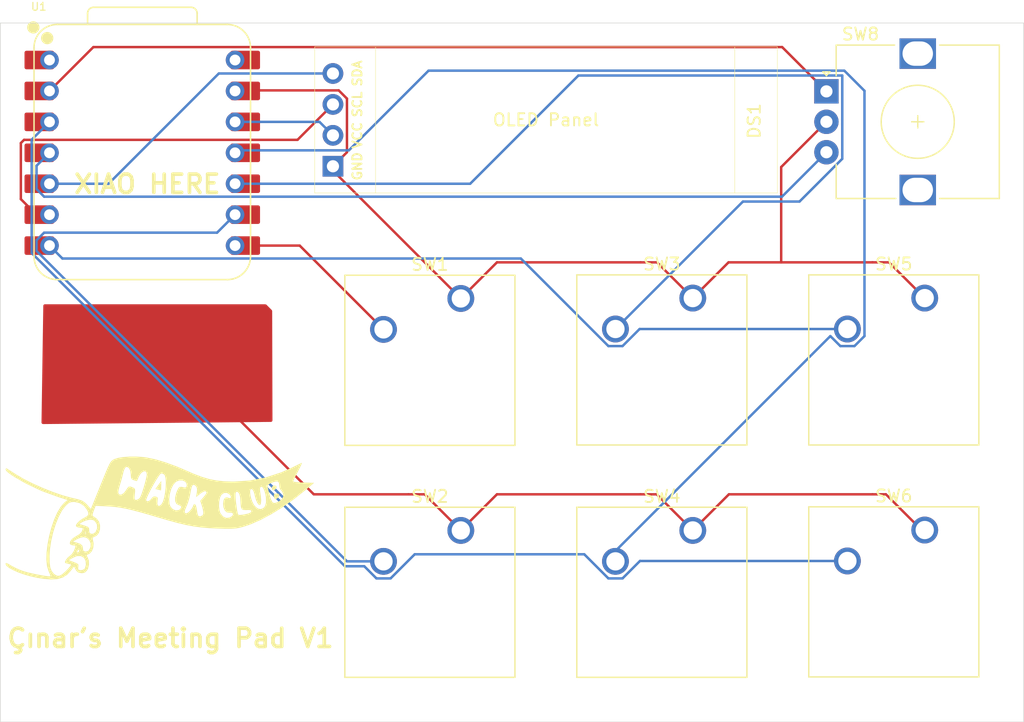
<source format=kicad_pcb>
(kicad_pcb (version 20241229) (generator "pcbnew") (generator_version "9.0")
  (layers (0 "F.Cu" signal) (2 "B.Cu" signal) (13 "F.Paste" user) (15 "B.Paste" user) (5 "F.SilkS" user "F.Silkscreen") (7 "B.SilkS" user "B.Silkscreen") (1 "F.Mask" user) (3 "B.Mask" user) (25 "Edge.Cuts" user))
  (net 0 "")
  (net 1 "GND")
  (net 2 "+5V")
  (net 3 "+3.3V")
  (net 4 "Net-(DS1-SDA)")
  (net 5 "Net-(DS1-SCL)")
  (net 6 "Net-(U1-GPIO1{slash}RX)")
  (net 7 "Net-(U1-GPIO2{slash}SCK)")
  (net 8 "Net-(U1-GPIO4{slash}MISO)")
  (net 9 "Net-(U1-GPIO3{slash}MOSI)")
  (net 10 "Net-(U1-GPIO0{slash}TX)")
  (net 11 "Net-(U1-GPIO28{slash}ADC2{slash}A2)")
  (net 12 "Net-(U1-GPIO29{slash}ADC3{slash}A3)")
  (net 13 "Net-(U1-GPIO27{slash}ADC1{slash}A1)")
  (footprint "hackclub:hackclub(footprint)" (layer "F.Cu") (at 35 58.15)
    (property "Reference" "hello" (hide yes))
    (property "Value" "LOGO" (hide yes))
    (fp_poly (pts (xy 0.084666 -2.6036) (xy 0.080606 -2.373654) (xy 0.070294 -2.236517) (xy 0.0635 -2.218747) (xy -0.024718 -2.243927) (xy -0.177175 -2.282459) (xy -0.396683 -2.336121) (xy -0.156008 -2.667313) (xy 0.084666 -2.998505)) (fill yes) (layer "F.SilkS"))
    (fp_poly (pts (xy 9.54003 -2.578477) (xy 9.554079 -2.445597) (xy 9.465733 -2.310636) (xy 9.310435 -2.214516) (xy 9.199727 -2.282169) (xy 9.176173 -2.332053) (xy 9.173077 -2.515702) (xy 9.306859 -2.621135) (xy 9.402996 -2.633445)) (fill yes) (layer "F.SilkS"))
    (fp_poly (pts (xy 9.732785 -1.939489) (xy 9.782418 -1.821592) (xy 9.718521 -1.666578) (xy 9.598589 -1.557056) (xy 9.464699 -1.486574) (xy 9.398028 -1.540577) (xy 9.361635 -1.662906) (xy 9.326889 -1.852906) (xy 9.379379 -1.936891) (xy 9.557646 -1.971571) (xy 9.572563 -1.973253)) (fill yes) (layer "F.SilkS"))
    (fp_poly (pts (xy -1.429003 -4.969695) (xy -1.113055 -4.928916) (xy -0.354673 -4.766392) (xy 0.494901 -4.511483) (xy 1.394379 -4.17762) (xy 2.017302 -3.910611) (xy 2.780736 -3.580009) (xy 3.443489 -3.331004) (xy 4.047514 -3.153626) (xy 4.634764 -3.0379) (xy 5.247192 -2.973856) (xy 5.92675 -2.95152) (xy 6.053666 -2.951154) (xy 7.365496 -3.035659) (xy 8.660364 -3.287849) (xy 9.941351 -3.708465) (xy 10.815588 -4.095727) (xy 11.141227 -4.254873) (xy 11.411097 -4.385965) (xy 11.587962 -4.470957) (xy 11.63348 -4.492115) (xy 11.62913 -4.437406) (xy 11.556518 -4.263501) (xy 11.428925 -4.000103) (xy 11.31598 -3.782099) (xy 11.148599 -3.459503) (xy 11.016542 -3.191856) (xy 10.937158 -3.015069) (xy 10.922 -2.966627) (xy 11.000738 -2.934253) (xy 11.213253 -2.90427) (xy 11.523998 -2.880669) (xy 11.782748 -2.870029) (xy 12.643497 -2.84582) (xy 11.846248 -2.180036) (xy 10.943831 -1.468515) (xy 10.024848 -0.82325) (xy 9.113941 -0.258683) (xy 8.235752 0.210742) (xy 7.414923 0.570583) (xy 6.810755 0.771329) (xy 6.544247 0.840223) (xy 6.303607 0.887866) (xy 6.051804 0.916674) (xy 5.751809 0.929062) (xy 5.366595 0.927447) (xy 4.859131 0.914243) (xy 4.699 0.909092) (xy 4.013102 0.876688) (xy 3.383198 0.822786) (xy 2.77324 0.740711) (xy 2.147179 0.62379) (xy 1.468969 0.465349) (xy 0.702561 0.258715) (xy -0.127 0.015623) (xy -0.972663 -0.235121) (xy -1.683281 -0.43645) (xy -1.715336 -0.444852) (xy 2.005477 -0.444852) (xy 2.059139 -0.356568) (xy 2.15647 -0.3398) (xy 2.286579 -0.404498) (xy 2.452253 -0.561543) (xy 2.605757 -0.755362) (xy 2.699356 -0.930383) (xy 2.709333 -0.983441) (xy 2.775933 -1.091902) (xy 2.828388 -1.104348) (xy 2.920372 -1.021143) (xy 2.990123 -0.770823) (xy 3.007401 -0.658362) (xy 3.05429 -0.349617) (xy 3.103975 -0.175769) (xy 3.176299 -0.102678) (xy 3.291105 -0.096201) (xy 3.331155 -0.10133) (xy 3.49569 -0.199508) (xy 3.540981 -0.320546) (xy 3.530601 -0.511772) (xy 3.473667 -0.783223) (xy 3.427803 -0.938063) (xy 3.426211 -0.942871) (xy 4.832554 -0.942871) (xy 4.868942 -0.592683) (xy 4.948412 -0.3487) (xy 5.15611 -0.08816) (xy 5.417721 0.034386) (xy 5.696201 0.010499) (xy 5.915518 -0.12839) (xy 5.986529 -0.26929) (xy 5.922778 -0.375479) (xy 5.758346 -0.399369) (xy 5.726226 -0.392693) (xy 5.489944 -0.407306) (xy 5.306403 -0.565304) (xy 5.19308 -0.843896) (xy 5.164666 -1.125002) (xy 5.204749 -1.426472) (xy 5.314138 -1.610519) (xy 5.476538 -1.656984) (xy 5.568397 -1.624573) (xy 5.740088 -1.579376) (xy 5.813974 -1.649037) (xy 5.769393 -1.797166) (xy 5.758447 -1.811413) (xy 6.182343 -1.811413) (xy 6.195132 -1.559154) (xy 6.226846 -1.236679) (xy 6.270612 -0.893533) (xy 6.319559 -0.579259) (xy 6.366813 -0.343401) (xy 6.399974 -0.242445) (xy 6.51514 -0.206381) (xy 6.764182 -0.22559) (xy 7.121821 -0.297336) (xy 7.281333 -0.33791) (xy 7.440115 -0.42167) (xy 7.493 -0.515811) (xy 7.44656 -0.592024) (xy 7.286132 -0.616128) (xy 7.121345 -0.608827) (xy 6.864161 -0.608566) (xy 6.708945 -0.676821) (xy 6.629459 -0.844754) (xy 6.599462 -1.14353) (xy 6.596856 -1.231773) (xy 6.564538 -1.671308) (xy 6.489419 -1.955479) (xy 6.381481 -2.079162) (xy 7.382375 -2.079162) (xy 7.410425 -1.836658) (xy 7.474811 -1.56352) (xy 7.570177 -1.292019) (xy 7.691165 -1.054422) (xy 7.800055 -0.913211) (xy 8.037903 -0.727128) (xy 8.261318 -0.690078) (xy 8.468589 -0.765581) (xy 8.615582 -0.936291) (xy 8.688121 -1.233085) (xy 8.681899 -1.627412) (xy 8.639147 -1.896161) (xy 8.548334 -2.220302) (xy 8.438912 -2.439474) (xy 8.325844 -2.533313) (xy 8.224091 -2.481452) (xy 8.217069 -2.470693) (xy 8.190581 -2.320802) (xy 8.212557 -2.093568) (xy 8.221502 -2.051407) (xy 8.26982 -1.752791) (xy 8.294577 -1.42507) (xy 8.295313 -1.380435) (xy 8.26988 -1.125725) (xy 8.199858 -1.016233) (xy 8.100232 -1.038142) (xy 7.985984 -1.177633) (xy 7.872101 -1.420885) (xy 7.773566 -1.754082) (xy 7.745904 -1.887108) (xy 7.677195 -2.120961) (xy 7.58501 -2.285419) (xy 7.569811 -2.300187) (xy 7.456711 -2.343195) (xy 7.396018 -2.258764) (xy 7.382375 -2.079162) (xy 6.381481 -2.079162) (xy 6.368468 -2.094073) (xy 6.325121 -2.108292) (xy 6.229126 -2.093502) (xy 6.188079 -1.974038) (xy 6.182343 -1.811413) (xy 5.758447 -1.811413) (xy 5.710171 -1.87425) (xy 5.484443 -2.017849) (xy 5.236804 -2.00594) (xy 5.033329 -1.864089) (xy 4.918172 -1.639686) (xy 4.850106 -1.312243) (xy 4.832554 -0.942871) (xy 3.426211 -0.942871) (xy 3.287311 -1.362459) (xy 3.548655 -1.661109) (xy 3.704174 -1.854042) (xy 3.797745 -1.999487) (xy 3.81 -2.036739) (xy 3.756642 -2.151583) (xy 3.60647 -2.141285) (xy 3.374338 -2.008425) (xy 3.2934 -1.947013) (xy 2.949138 -1.67344) (xy 3.00614 -2.054829) (xy 3.028035 -2.324935) (xy 2.98521 -2.495489) (xy 2.918743 -2.581099) (xy 2.880587 -2.609525) (xy 8.805333 -2.609525) (xy 8.826483 -2.493407) (xy 8.882663 -2.258644) (xy 8.962968 -1.950119) (xy 8.987949 -1.857878) (xy 9.098633 -1.493039) (xy 9.204886 -1.276477) (xy 9.332862 -1.189361) (xy 9.508712 -1.212863) (xy 9.738361 -1.317602) (xy 10.007366 -1.520132) (xy 10.113997 -1.762239) (xy 10.080039 -1.983903) (xy 9.979299 -2.170638) (xy 9.889527 -2.265552) (xy 9.814809 -2.391661) (xy 9.779437 -2.605649) (xy 9.779 -2.632282) (xy 9.752416 -2.851194) (xy 9.65919 -2.94839) (xy 9.620498 -2.95907) (xy 9.453688 -2.946152) (xy 9.230667 -2.878069) (xy 9.009966 -2.779919) (xy 8.850119 -2.676802) (xy 8.805333 -2.609525) (xy 2.880587 -2.609525) (xy 2.780019 -2.684447) (xy 2.674512 -2.666168) (xy 2.591368 -2.512226) (xy 2.519731 -2.208587) (xy 2.489358 -2.02588) (xy 2.407575 -1.632189) (xy 2.290653 -1.231249) (xy 2.173998 -0.933087) (xy 2.043539 -0.629416) (xy 2.005477 -0.444852) (xy -1.715336 -0.444852) (xy -2.284038 -0.593917) (xy -2.800117 -0.713072) (xy -3.2567 -0.79947) (xy -3.678971 -0.85866) (xy -4.092111 -0.896196) (xy -4.323473 -0.909569) (xy -5.302612 -0.956474) (xy -5.458689 -0.546425) (xy -5.544876 -0.286735) (xy -5.554843 -0.146991) (xy -5.511033 -0.101684) (xy -5.377544 -0.024885) (xy -5.199795 0.112103) (xy -5.196081 0.1153) (xy -5.017816 0.359479) (xy -4.936638 0.666263) (xy -4.946644 0.989353) (xy -5.041932 1.282448) (xy -5.216599 1.499251) (xy -5.382924 1.580822) (xy -5.53667 1.654609) (xy -5.543514 1.773189) (xy -5.467152 2.122162) (xy -5.493672 2.468941) (xy -5.609347 2.768639) (xy -5.800451 2.976368) (xy -5.929131 3.034226) (xy -6.03844 3.08099) (xy -6.02461 3.168557) (xy -5.967212 3.256434) (xy -5.861053 3.534321) (xy -5.848899 3.875026) (xy -5.927073 4.202586) (xy -6.021044 4.368007) (xy -6.186575 4.527507) (xy -6.384831 4.575634) (xy -6.507877 4.5706) (xy -6.745443 4.517613) (xy -6.893688 4.377168) (xy -6.945301 4.28469) (xy -7.074934 4.024564) (xy -7.349719 4.390303) (xy -7.649875 4.711771) (xy -8.003824 4.933353) (xy -8.432197 5.059401) (xy -8.955623 5.094266) (xy -9.594735 5.042301) (xy -10.075334 4.96524) (xy -10.627449 4.84414) (xy -11.162094 4.690809) (xy -11.654317 4.516085) (xy -12.079161 4.330806) (xy -12.411672 4.145809) (xy -12.626895 3.971932) (xy -12.7 3.825358) (xy -12.684077 3.749854) (xy -12.616148 3.742474) (xy -12.465978 3.811546) (xy -12.213167 3.959449) (xy -11.851019 4.151105) (xy -11.435783 4.332031) (xy -11.176 4.424648) (xy -10.888859 4.503936) (xy -10.533238 4.587737) (xy -10.146308 4.669132) (xy -9.765241 4.741202) (xy -9.427207 4.797028) (xy -9.169377 4.829692) (xy -9.02892 4.832274) (xy -9.015769 4.826746) (xy -9.029289 4.736952) (xy -9.103813 4.547847) (xy -9.167603 4.412755) (xy -9.296866 4.002653) (xy -9.349365 3.476011) (xy -9.341312 3.185618) (xy -9.089301 3.185618) (xy -9.078194 3.712377) (xy -9.023056 4.104346) (xy -8.914112 4.39312) (xy -8.741588 4.610296) (xy -8.617914 4.709369) (xy -8.435081 4.793834) (xy -8.244878 4.774864) (xy -8.019766 4.640971) (xy -7.732203 4.380663) (xy -7.663624 4.311244) (xy -7.469282 4.098568) (xy -7.347101 3.937908) (xy -7.320335 3.860379) (xy -7.324958 3.858058) (xy -7.464184 3.82575) (xy -7.642353 3.78578) (xy -7.79915 3.738843) (xy -7.827349 3.659852) (xy -7.75902 3.507318) (xy -7.493 3.507318) (xy -7.281334 3.589376) (xy -7.03279 3.685963) (xy -6.870522 3.749219) (xy -6.725768 3.847511) (xy -6.716958 4.008461) (xy -6.720813 4.024636) (xy -6.738809 4.198366) (xy -6.715348 4.277355) (xy -6.555964 4.33515) (xy -6.35485 4.301018) (xy -6.199424 4.192918) (xy -6.183646 4.168126) (xy -6.101707 3.875988) (xy -6.127883 3.569243) (xy -6.25491 3.323903) (xy -6.265334 3.313043) (xy -6.521293 3.168022) (xy -6.837988 3.171994) (xy -7.195265 3.324689) (xy -7.196667 3.325548) (xy -7.493 3.507318) (xy -7.75902 3.507318) (xy -7.75541 3.499259) (xy -7.594932 3.287301) (xy -7.419971 3.149392) (xy -7.250117 2.996502) (xy -7.168998 2.870472) (xy -6.810013 2.870472) (xy -6.779735 2.888294) (xy -6.689569 2.820756) (xy -6.658049 2.760869) (xy -6.651988 2.651266) (xy -6.682266 2.633444) (xy -6.772432 2.700982) (xy -6.803952 2.760869) (xy -6.810013 2.870472) (xy -7.168998 2.870472) (xy -7.099887 2.763099) (xy -7.074081 2.70469) (xy -6.981294 2.46463) (xy -6.957126 2.342844) (xy -7.008921 2.299219) (xy -7.144022 2.293644) (xy -7.149337 2.293645) (xy -7.352443 2.247185) (xy -7.429453 2.125815) (xy -7.39569 1.981868) (xy -7.154334 1.981868) (xy -6.858 2.060464) (xy -6.557966 2.16766) (xy -6.398283 2.304521) (xy -6.350029 2.496199) (xy -6.35 2.502263) (xy -6.326942 2.676592) (xy -6.293556 2.746711) (xy -6.137092 2.802226) (xy -5.947488 2.760942) (xy -5.85287 2.68906) (xy -5.718589 2.418362) (xy -5.713763 2.131422) (xy -5.820339 1.872363) (xy -6.020261 1.685306) (xy -6.292646 1.614364) (xy -6.543905 1.660385) (xy -6.815082 1.773236) (xy -6.858 1.798275) (xy -7.154334 1.981868) (xy -7.39569 1.981868) (xy -7.389751 1.956548) (xy -7.242721 1.766396) (xy -6.997745 1.582373) (xy -6.880392 1.519411) (xy -6.623166 1.357965) (xy -6.543335 1.274247) (xy -6.180667 1.274247) (xy -6.149689 1.34417) (xy -6.124223 1.33088) (xy -6.11409 1.230065) (xy -6.124223 1.217614) (xy -6.174557 1.229275) (xy -6.180667 1.274247) (xy -6.543335 1.274247) (xy -6.453928 1.180486) (xy -6.42858 1.130757) (xy -6.36419 0.943318) (xy -6.379904 0.86558) (xy -6.49509 0.84865) (xy -6.5405 0.848197) (xy -6.751957 0.812531) (xy -6.856406 0.767334) (xy -6.926807 0.693597) (xy -6.898114 0.586152) (xy -6.864188 0.536551) (xy -6.638888 0.536551) (xy -6.240444 0.65312) (xy -5.976147 0.75047) (xy -5.849719 0.861798) (xy -5.830487 1.017469) (xy -5.836185 1.05331) (xy -5.812403 1.241522) (xy -5.688437 1.339576) (xy -5.513797 1.336732) (xy -5.337995 1.222247) (xy -5.296468 1.170395) (xy -5.178721 0.875735) (xy -5.200176 0.571345) (xy -5.34383 0.329936) (xy -5.51268 0.20924) (xy -5.724177 0.182042) (xy -5.855056 0.194862) (xy -6.13857 0.264129) (xy -6.390559 0.374046) (xy -6.413003 0.38805) (xy -6.638888 0.536551) (xy -6.864188 0.536551) (xy -6.805039 0.450073) (xy -6.614003 0.261412) (xy -6.3554 0.083635) (xy -6.278658 0.043142) (xy -6.020408 -0.100532) (xy -5.904267 -0.235747) (xy -5.911195 -0.406216) (xy -5.996352 -0.604969) (xy -6.257858 -0.948567) (xy -6.622037 -1.180568) (xy -7.044511 -1.273622) (xy -7.082282 -1.274248) (xy -7.318859 -1.256578) (xy -7.501762 -1.181725) (xy -7.69784 -1.016927) (xy -7.783035 -0.930815) (xy -8.068496 -0.553105) (xy -8.339676 -0.040813) (xy -8.585375 0.570771) (xy -8.794395 1.246358) (xy -8.955539 1.950658) (xy -9.057606 2.648381) (xy -9.089301 3.185618) (xy -9.341312 3.185618) (xy -9.332388 2.863782) (xy -9.253225 2.196916) (xy -9.119164 1.506365) (xy -8.937495 0.823081) (xy -8.715506 0.178016) (xy -8.460486 -0.397879) (xy -8.179724 -0.873653) (xy -7.880509 -1.218353) (xy -7.831979 -1.258825) (xy -7.609433 -1.434465) (xy -8.270883 -1.641118) (xy -9.699848 -2.155641) (xy -11.027684 -2.778845) (xy -12.0015 -3.34086) (xy -12.384897 -3.597854) (xy -12.618847 -3.795304) (xy -12.69996 -3.930337) (xy -12.7 -3.932666) (xy -12.662275 -4.038553) (xy -12.594167 -4.023318) (xy -12.476199 -3.948975) (xy -12.258112 -3.809393) (xy -11.982008 -3.631545) (xy -11.911391 -3.585907) (xy -11.260143 -3.201614) (xy -10.502026 -2.814926) (xy -9.683137 -2.44512) (xy -8.849572 -2.111474) (xy -8.047429 -1.833264) (xy -7.322804 -1.629767) (xy -7.131487 -1.587012) (xy -6.73269 -1.495021) (xy -6.451975 -1.399311) (xy -6.239446 -1.274687) (xy -6.04521 -1.095952) (xy -5.949627 -0.990182) (xy -5.695364 -0.699624) (xy -5.414098 -1.395279) (xy -1.152271 -1.395279) (xy -1.057508 -1.325443) (xy -0.907965 -1.367624) (xy -0.752959 -1.499839) (xy -0.682272 -1.604789) (xy -0.549371 -1.720786) (xy -0.382082 -1.719996) (xy -0.237918 -1.672468) (xy -0.195961 -1.569606) (xy -0.218143 -1.396914) (xy -0.236824 -1.120829) (xy -0.178372 -0.968082) (xy -0.057768 -0.953305) (xy 0.103108 -1.083111) (xy 0.223745 -1.301011) (xy 0.284415 -1.499552) (xy 0.739891 -1.499552) (xy 0.767427 -1.117929) (xy 0.842209 -0.900331) (xy 1.028423 -0.687536) (xy 1.271652 -0.583529) (xy 1.515303 -0.608978) (xy 1.566333 -0.63587) (xy 1.699452 -0.764852) (xy 1.735666 -0.85986) (xy 1.663589 -0.961624) (xy 1.544981 -1.004094) (xy 1.336976 -1.106467) (xy 1.228916 -1.32575) (xy 1.222939 -1.640162) (xy 1.321182 -2.02792) (xy 1.421121 -2.266047) (xy 1.515459 -2.439016) (xy 1.618358 -2.515764) (xy 1.782606 -2.512579) (xy 2.029989 -2.45392) (xy 2.138633 -2.486798) (xy 2.182143 -2.618687) (xy 2.15501 -2.78958) (xy 2.072791 -2.920181) (xy 1.849562 -3.03632) (xy 1.568831 -3.041896) (xy 1.302706 -2.935681) (xy 1.299375 -2.933357) (xy 1.082695 -2.693918) (xy 0.909342 -2.340101) (xy 0.791135 -1.924461) (xy 0.739891 -1.499552) (xy 0.284415 -1.499552) (xy 0.323968 -1.628988) (xy 0.399834 -2.025048) (xy 0.447397 -2.447199) (xy 0.462712 -2.853446) (xy 0.441836 -3.201796) (xy 0.380823 -3.450256) (xy 0.332531 -3.525432) (xy 0.165995 -3.612188) (xy 0.059248 -3.605126) (xy -0.038753 -3.510166) (xy -0.188831 -3.298463) (xy -0.372468 -3.003797) (xy -0.571145 -2.659948) (xy -0.766342 -2.300694) (xy -0.939541 -1.959815) (xy -1.072223 -1.67109) (xy -1.145869 -1.468298) (xy -1.152271 -1.395279) (xy -5.414098 -1.395279) (xy -5.121194 -2.119717) (xy -3.440658 -2.119717) (xy -3.439562 -1.993303) (xy -3.328724 -1.87136) (xy -3.163353 -1.887319) (xy -2.971052 -2.030509) (xy -2.812377 -2.235779) (xy -2.67132 -2.449198) (xy -2.569731 -2.544196) (xy -2.456957 -2.546193) (xy -2.305563 -2.490107) (xy -2.149545 -2.418762) (xy -2.07346 -2.336243) (xy -2.057748 -2.191106) (xy -2.082847 -1.931907) (xy -2.085312 -1.91085) (xy -2.111476 -1.644186) (xy -2.102144 -1.504775) (xy -2.046431 -1.451776) (xy -1.960943 -1.444148) (xy -1.782395 -1.510966) (xy -1.659388 -1.635285) (xy -1.574938 -1.81648) (xy -1.468027 -2.113502) (xy -1.353263 -2.476399) (xy -1.245255 -2.85522) (xy -1.158614 -3.200011) (xy -1.107948 -3.460823) (xy -1.100667 -3.54565) (xy -1.146486 -3.736726) (xy -1.264042 -3.803218) (xy -1.423482 -3.75647) (xy -1.594951 -3.607825) (xy -1.748597 -3.368627) (xy -1.784877 -3.285665) (xy -1.860546 -3.09837) (xy -1.904 -2.997511) (xy -1.905884 -2.994099) (xy -1.985718 -3.003638) (xy -2.159306 -3.056529) (xy -2.166438 -3.059021) (xy -2.320821 -3.131767) (xy -2.393167 -3.244209) (xy -2.414327 -3.454233) (xy -2.415218 -3.525819) (xy -2.456815 -3.833108) (xy -2.563969 -4.051239) (xy -2.716206 -4.149384) (xy -2.821503 -4.137533) (xy -2.908033 -4.032733) (xy -2.995452 -3.81525) (xy -3.04168 -3.637455) (xy -3.12324 -3.299243) (xy -3.233039 -2.905645) (xy -3.31185 -2.651664) (xy -3.395219 -2.359064) (xy -3.440658 -2.119717) (xy -5.121194 -2.119717) (xy -4.900849 -2.664695) (xy -4.655102 -3.271106) (xy -4.462247 -3.739763) (xy -4.311767 -4.090451) (xy -4.193146 -4.342956) (xy -4.095869 -4.517061) (xy -4.009418 -4.632552) (xy -3.923278 -4.709213) (xy -3.826933 -4.766831) (xy -3.767667 -4.796643) (xy -3.461074 -4.895778) (xy -3.030683 -4.964805) (xy -2.519723 -5.001569) (xy -1.97142 -5.003917)) (fill yes) (layer "F.SilkS"))
  )
  (footprint "OPL Lib:XIAO-RP2040-DIP" (layer "F.Cu") (at 33.528 28.2005)
    (property "Reference" "U1" (at -8.5 -12 0) (layer "F.SilkS") (effects (font (size 0.635 0.635) (thickness 0.1016))))
    (property "Value" "XIAO-RP2040-DIP")
    (fp_line (start -8.89 8.509) (end -8.89 -8.636) (stroke (width 0.127)) (layer "F.SilkS"))
    (fp_line (start -6.985 10.414) (end 6.985 10.414) (stroke (width 0.127)) (layer "F.SilkS"))
    (fp_line (start -4.495 -10.541) (end -4.491272 -11.451272) (stroke (width 0.127)) (layer "F.SilkS"))
    (fp_line (start -3.991272 -11.951) (end 4.004 -11.951) (stroke (width 0.127)) (layer "F.SilkS"))
    (fp_line (start 4.504 -11.451) (end 4.504 -10.541) (stroke (width 0.127)) (layer "F.SilkS"))
    (fp_line (start 6.985 -10.541) (end -6.985 -10.541) (stroke (width 0.1)) (layer "F.SilkS"))
    (fp_line (start 6.985 -10.541) (end -6.985 -10.541) (stroke (width 0.127)) (layer "F.SilkS"))
    (fp_line (start 8.89 8.509) (end 8.89 -8.636) (stroke (width 0.127)) (layer "F.SilkS"))
    (fp_arc (start -8.89 -8.636) (mid -8.332038 -9.983038) (end -6.985 -10.541) (stroke (width 0.127)) (layer "F.SilkS"))
    (fp_arc (start -6.985 10.414) (mid -8.332038 9.856038) (end -8.89 8.509) (stroke (width 0.127)) (layer "F.SilkS"))
    (fp_arc (start -4.491272 -11.451272) (mid -4.344728 -11.80464) (end -3.991272 -11.951) (stroke (width 0.127)) (layer "F.SilkS"))
    (fp_arc (start 4.004 -11.951) (mid 4.357553 -11.804553) (end 4.504 -11.451) (stroke (width 0.127)) (layer "F.SilkS"))
    (fp_arc (start 6.985 -10.541) (mid 8.332038 -9.983038) (end 8.89 -8.636) (stroke (width 0.127)) (layer "F.SilkS"))
    (fp_arc (start 8.89 8.509) (mid 8.332038 9.856038) (end 6.985 10.414) (stroke (width 0.127)) (layer "F.SilkS"))
    (fp_circle (center -8.95 -10.3) (end -8.95 -10.554) (stroke (width 0.5)) (fill yes) (layer "F.SilkS"))
    (fp_circle (center -7.807 -9.42) (end -7.807 -9.674) (stroke (width 0.5)) (fill yes) (layer "F.SilkS"))
    (pad "1" smd roundrect (at -8.455 -7.62 180) (size 2.432 1.524) (layers "F.Cu" "F.Mask") (roundrect_rratio 0.1))
    (pad "1" thru_hole circle (at -7.62 -7.62 180) (size 1.524 1.524) (drill 0.889) (layers "*.Cu" "*.Mask"))
    (pad "2" smd roundrect (at -8.455 -5.08 180) (size 2.432 1.524) (layers "F.Cu" "F.Mask") (roundrect_rratio 0.1) (net 13 "Net-(U1-GPIO27{slash}ADC1{slash}A1)"))
    (pad "2" thru_hole circle (at -7.62 -5.08 180) (size 1.524 1.524) (drill 0.889) (layers "*.Cu" "*.Mask") (net 13 "Net-(U1-GPIO27{slash}ADC1{slash}A1)"))
    (pad "3" smd roundrect (at -8.455 -2.54 180) (size 2.432 1.524) (layers "F.Cu" "F.Mask") (roundrect_rratio 0.1) (net 11 "Net-(U1-GPIO28{slash}ADC2{slash}A2)"))
    (pad "3" thru_hole circle (at -7.62 -2.54 180) (size 1.524 1.524) (drill 0.889) (layers "*.Cu" "*.Mask") (net 11 "Net-(U1-GPIO28{slash}ADC2{slash}A2)"))
    (pad "4" smd roundrect (at -8.455 0 180) (size 2.432 1.524) (layers "F.Cu" "F.Mask") (roundrect_rratio 0.1) (net 12 "Net-(U1-GPIO29{slash}ADC3{slash}A3)"))
    (pad "4" thru_hole circle (at -7.62 0 180) (size 1.524 1.524) (drill 0.889) (layers "*.Cu" "*.Mask") (net 12 "Net-(U1-GPIO29{slash}ADC3{slash}A3)"))
    (pad "5" smd roundrect (at -8.455 2.54 180) (size 2.432 1.524) (layers "F.Cu" "F.Mask") (roundrect_rratio 0.1) (net 4 "Net-(DS1-SDA)"))
    (pad "5" thru_hole circle (at -7.62 2.54 180) (size 1.524 1.524) (drill 0.889) (layers "*.Cu" "*.Mask") (net 4 "Net-(DS1-SDA)"))
    (pad "6" smd roundrect (at -8.455 5.08 180) (size 2.432 1.524) (layers "F.Cu" "F.Mask") (roundrect_rratio 0.1) (net 5 "Net-(DS1-SCL)"))
    (pad "6" thru_hole circle (at -7.62 5.08 180) (size 1.524 1.524) (drill 0.889) (layers "*.Cu" "*.Mask") (net 5 "Net-(DS1-SCL)"))
    (pad "7" smd roundrect (at -8.455 7.62 180) (size 2.432 1.524) (layers "F.Cu" "F.Mask") (roundrect_rratio 0.1) (net 10 "Net-(U1-GPIO0{slash}TX)"))
    (pad "7" thru_hole circle (at -7.62 7.62 180) (size 1.524 1.524) (drill 0.889) (layers "*.Cu" "*.Mask") (net 10 "Net-(U1-GPIO0{slash}TX)"))
    (pad "8" thru_hole circle (at 7.62 7.62) (size 1.524 1.524) (drill 0.889) (layers "*.Cu" "*.Mask") (net 6 "Net-(U1-GPIO1{slash}RX)"))
    (pad "8" smd roundrect (at 8.455 7.62) (size 2.432 1.524) (layers "F.Cu" "F.Mask") (roundrect_rratio 0.1) (net 6 "Net-(U1-GPIO1{slash}RX)"))
    (pad "9" thru_hole circle (at 7.62 5.08) (size 1.524 1.524) (drill 0.889) (layers "*.Cu" "*.Mask") (net 7 "Net-(U1-GPIO2{slash}SCK)"))
    (pad "9" smd roundrect (at 8.455 5.08) (size 2.432 1.524) (layers "F.Cu" "F.Mask") (roundrect_rratio 0.1) (net 7 "Net-(U1-GPIO2{slash}SCK)"))
    (pad "10" thru_hole circle (at 7.62 2.54) (size 1.524 1.524) (drill 0.889) (layers "*.Cu" "*.Mask") (net 8 "Net-(U1-GPIO4{slash}MISO)"))
    (pad "10" smd roundrect (at 8.455 2.54) (size 2.432 1.524) (layers "F.Cu" "F.Mask") (roundrect_rratio 0.1) (net 8 "Net-(U1-GPIO4{slash}MISO)"))
    (pad "11" thru_hole circle (at 7.62 0) (size 1.524 1.524) (drill 0.889) (layers "*.Cu" "*.Mask") (net 9 "Net-(U1-GPIO3{slash}MOSI)"))
    (pad "11" smd roundrect (at 8.455 0) (size 2.432 1.524) (layers "F.Cu" "F.Mask") (roundrect_rratio 0.1) (net 9 "Net-(U1-GPIO3{slash}MOSI)"))
    (pad "12" thru_hole circle (at 7.62 -2.54) (size 1.524 1.524) (drill 0.889) (layers "*.Cu" "*.Mask") (net 3 "+3.3V"))
    (pad "12" smd roundrect (at 8.455 -2.54) (size 2.432 1.524) (layers "F.Cu" "F.Mask") (roundrect_rratio 0.1) (net 3 "+3.3V"))
    (pad "13" thru_hole circle (at 7.62 -5.08) (size 1.524 1.524) (drill 0.889) (layers "*.Cu" "*.Mask") (net 1 "GND"))
    (pad "13" smd roundrect (at 8.455 -5.08) (size 2.432 1.524) (layers "F.Cu" "F.Mask") (roundrect_rratio 0.1) (net 1 "GND"))
    (pad "14" thru_hole circle (at 7.62 -7.62) (size 1.524 1.524) (drill 0.889) (layers "*.Cu" "*.Mask") (net 2 "+5V"))
    (pad "14" smd roundrect (at 8.455 -7.62) (size 2.432 1.524) (layers "F.Cu" "F.Mask") (roundrect_rratio 0.1) (net 2 "+5V"))
  )
  (footprint "Button_Switch_Keyboard:SW_Cherry_MX_1.00u_PCB" (layer "F.Cu") (at 97.79 40.132)
    (property "Reference" "SW5" (at -2.54 -2.794 0) (layer "F.SilkS"))
    (property "Value" "SW_Push")
    (fp_line (start -9.525 -1.905) (end 4.445 -1.905) (stroke (width 0.12)) (layer "F.SilkS"))
    (fp_line (start -9.525 12.065) (end -9.525 -1.905) (stroke (width 0.12)) (layer "F.SilkS"))
    (fp_line (start 4.445 -1.905) (end 4.445 12.065) (stroke (width 0.12)) (layer "F.SilkS"))
    (fp_line (start 4.445 12.065) (end -9.525 12.065) (stroke (width 0.12)) (layer "F.SilkS"))
    (pad "" np_thru_hole circle (at -7.62 5.08) (size 1.7 1.7) (drill 1.7) (layers "*.Cu" "*.Mask"))
    (pad "" np_thru_hole circle (at -2.54 5.08) (size 4 4) (drill 4) (layers "*.Cu" "*.Mask"))
    (pad "" np_thru_hole circle (at 2.54 5.08) (size 1.7 1.7) (drill 1.7) (layers "*.Cu" "*.Mask"))
    (pad "1" thru_hole circle (at 0 0) (size 2.2 2.2) (drill 1.5) (layers "*.Cu" "*.Mask") (net 1 "GND"))
    (pad "2" thru_hole circle (at -6.35 2.54) (size 2.2 2.2) (drill 1.5) (layers "*.Cu" "*.Mask") (net 10 "Net-(U1-GPIO0{slash}TX)"))
  )
  (footprint "Button_Switch_Keyboard:SW_Cherry_MX_1.00u_PCB" (layer "F.Cu") (at 78.74 59.21375)
    (property "Reference" "SW4" (at -2.54 -2.794 0) (layer "F.SilkS"))
    (property "Value" "SW_Push")
    (fp_line (start -9.525 -1.905) (end 4.445 -1.905) (stroke (width 0.12)) (layer "F.SilkS"))
    (fp_line (start -9.525 12.065) (end -9.525 -1.905) (stroke (width 0.12)) (layer "F.SilkS"))
    (fp_line (start 4.445 -1.905) (end 4.445 12.065) (stroke (width 0.12)) (layer "F.SilkS"))
    (fp_line (start 4.445 12.065) (end -9.525 12.065) (stroke (width 0.12)) (layer "F.SilkS"))
    (pad "" np_thru_hole circle (at -7.62 5.08) (size 1.7 1.7) (drill 1.7) (layers "*.Cu" "*.Mask"))
    (pad "" np_thru_hole circle (at -2.54 5.08) (size 4 4) (drill 4) (layers "*.Cu" "*.Mask"))
    (pad "" np_thru_hole circle (at 2.54 5.08) (size 1.7 1.7) (drill 1.7) (layers "*.Cu" "*.Mask"))
    (pad "1" thru_hole circle (at 0 0) (size 2.2 2.2) (drill 1.5) (layers "*.Cu" "*.Mask") (net 1 "GND"))
    (pad "2" thru_hole circle (at -6.35 2.54) (size 2.2 2.2) (drill 1.5) (layers "*.Cu" "*.Mask") (net 9 "Net-(U1-GPIO3{slash}MOSI)"))
  )
  (footprint "Button_Switch_Keyboard:SW_Cherry_MX_1.00u_PCB" (layer "F.Cu") (at 59.69 59.21375)
    (property "Reference" "SW2" (at -2.54 -2.794 0) (layer "F.SilkS"))
    (property "Value" "SW_Push")
    (fp_line (start -9.525 -1.905) (end 4.445 -1.905) (stroke (width 0.12)) (layer "F.SilkS"))
    (fp_line (start -9.525 12.065) (end -9.525 -1.905) (stroke (width 0.12)) (layer "F.SilkS"))
    (fp_line (start 4.445 -1.905) (end 4.445 12.065) (stroke (width 0.12)) (layer "F.SilkS"))
    (fp_line (start 4.445 12.065) (end -9.525 12.065) (stroke (width 0.12)) (layer "F.SilkS"))
    (pad "" np_thru_hole circle (at -7.62 5.08) (size 1.7 1.7) (drill 1.7) (layers "*.Cu" "*.Mask"))
    (pad "" np_thru_hole circle (at -2.54 5.08) (size 4 4) (drill 4) (layers "*.Cu" "*.Mask"))
    (pad "" np_thru_hole circle (at 2.54 5.08) (size 1.7 1.7) (drill 1.7) (layers "*.Cu" "*.Mask"))
    (pad "1" thru_hole circle (at 0 0) (size 2.2 2.2) (drill 1.5) (layers "*.Cu" "*.Mask") (net 1 "GND"))
    (pad "2" thru_hole circle (at -6.35 2.54) (size 2.2 2.2) (drill 1.5) (layers "*.Cu" "*.Mask") (net 7 "Net-(U1-GPIO2{slash}SCK)"))
  )
  (footprint "Button_Switch_Keyboard:SW_Cherry_MX_1.00u_PCB" (layer "F.Cu") (at 59.69 40.16375)
    (property "Reference" "SW1" (at -2.54 -2.794 0) (layer "F.SilkS"))
    (property "Value" "SW_Push")
    (fp_line (start -9.525 -1.905) (end 4.445 -1.905) (stroke (width 0.12)) (layer "F.SilkS"))
    (fp_line (start -9.525 12.065) (end -9.525 -1.905) (stroke (width 0.12)) (layer "F.SilkS"))
    (fp_line (start 4.445 -1.905) (end 4.445 12.065) (stroke (width 0.12)) (layer "F.SilkS"))
    (fp_line (start 4.445 12.065) (end -9.525 12.065) (stroke (width 0.12)) (layer "F.SilkS"))
    (pad "" np_thru_hole circle (at -7.62 5.08) (size 1.7 1.7) (drill 1.7) (layers "*.Cu" "*.Mask"))
    (pad "" np_thru_hole circle (at -2.54 5.08) (size 4 4) (drill 4) (layers "*.Cu" "*.Mask"))
    (pad "" np_thru_hole circle (at 2.54 5.08) (size 1.7 1.7) (drill 1.7) (layers "*.Cu" "*.Mask"))
    (pad "1" thru_hole circle (at 0 0) (size 2.2 2.2) (drill 1.5) (layers "*.Cu" "*.Mask") (net 1 "GND"))
    (pad "2" thru_hole circle (at -6.35 2.54) (size 2.2 2.2) (drill 1.5) (layers "*.Cu" "*.Mask") (net 6 "Net-(U1-GPIO1{slash}RX)"))
  )
  (footprint "SSD1306 Lib:SSD1306-0.91-OLED-4pin-128x32" (layer "F.Cu") (at 85.687 31.496 180)
    (property "Reference" "DS1" (at 1.9 5.91 90) (layer "F.SilkS"))
    (property "Value" "OLED_128X64_1.3_I2C")
    (fp_line (start 38 12) (end 38 0) (stroke (width 0.04)) (layer "F.SilkS"))
    (fp_line (start 38 0) (end 0 0) (stroke (width 0.04)) (layer "F.SilkS"))
    (fp_line (start 33 0) (end 33 12) (stroke (width 0.04)) (layer "F.SilkS"))
    (fp_line (start 3.5 0) (end 3.5 12) (stroke (width 0.04)) (layer "F.SilkS"))
    (fp_line (start 0 12) (end 38 12) (stroke (width 0.04)) (layer "F.SilkS"))
    (fp_line (start 0 0) (end 0 12) (stroke (width 0.04)) (layer "F.SilkS"))
    (fp_text user "SDA" (at 34.5 9.81 90) (layer "F.SilkS") (effects (font (size 0.75 0.75))))
    (fp_text user "OLED Panel" (at 19 6 0) (layer "F.SilkS"))
    (fp_text user "GND" (at 34.5 2.19 90) (layer "F.SilkS") (effects (font (size 0.75 0.75))))
    (fp_text user "VCC" (at 34.5 4.73 90) (layer "F.SilkS") (effects (font (size 0.75 0.75))))
    (fp_text user "SCL" (at 34.5 7.27 90) (layer "F.SilkS") (effects (font (size 0.75 0.75))))
    (pad "1" thru_hole rect (at 36.5 2.19 180) (size 1.7 1.7) (drill 1) (layers "*.Cu" "*.Mask") (net 1 "GND"))
    (pad "2" thru_hole oval (at 36.5 4.73 180) (size 1.7 1.7) (drill 1) (layers "*.Cu" "*.Mask") (net 3 "+3.3V"))
    (pad "3" thru_hole oval (at 36.5 7.27 180) (size 1.7 1.7) (drill 1) (layers "*.Cu" "*.Mask") (net 5 "Net-(DS1-SCL)"))
    (pad "4" thru_hole oval (at 36.5 9.81 180) (size 1.7 1.7) (drill 1) (layers "*.Cu" "*.Mask") (net 4 "Net-(DS1-SDA)"))
  )
  (footprint "Potansiyometre:RotaryEncoder_Alps_EC12E_Vertical_H20mm" (layer "F.Cu") (at 89.716 23.154)
    (property "Reference" "SW8" (at 2.8 -4.7 0) (layer "F.SilkS"))
    (property "Value" "RotaryEncoder")
    (fp_line (start -0.3 -1.6) (end 0.3 -1.6) (stroke (width 0.12)) (layer "F.SilkS"))
    (fp_line (start 0 -1.3) (end -0.3 -1.6) (stroke (width 0.12)) (layer "F.SilkS"))
    (fp_line (start 0.3 -1.6) (end 0 -1.3) (stroke (width 0.12)) (layer "F.SilkS"))
    (fp_line (start 0.8 -3.8) (end 0.8 -1.3) (stroke (width 0.12)) (layer "F.SilkS"))
    (fp_line (start 0.8 8.8) (end 0.8 6) (stroke (width 0.12)) (layer "F.SilkS"))
    (fp_line (start 5.6 -3.8) (end 0.8 -3.8) (stroke (width 0.12)) (layer "F.SilkS"))
    (fp_line (start 5.7 8.8) (end 0.8 8.8) (stroke (width 0.12)) (layer "F.SilkS"))
    (fp_line (start 7 2.5) (end 8 2.5) (stroke (width 0.12)) (layer "F.SilkS"))
    (fp_line (start 7.5 2) (end 7.5 3) (stroke (width 0.12)) (layer "F.SilkS"))
    (fp_line (start 9.3 -3.8) (end 14.2 -3.8) (stroke (width 0.12)) (layer "F.SilkS"))
    (fp_line (start 14.2 -3.8) (end 14.2 8.8) (stroke (width 0.12)) (layer "F.SilkS"))
    (fp_line (start 14.2 8.8) (end 9.3 8.8) (stroke (width 0.12)) (layer "F.SilkS"))
    (fp_circle (center 7.5 2.5) (end 10.5 2.5) (stroke (width 0.12)) (fill no) (layer "F.SilkS"))
    (pad "A" thru_hole rect (at 0 0) (size 2 2) (drill 1) (layers "*.Cu" "*.Mask") (net 13 "Net-(U1-GPIO27{slash}ADC1{slash}A1)"))
    (pad "B" thru_hole circle (at 0 5) (size 2 2) (drill 1) (layers "*.Cu" "*.Mask") (net 12 "Net-(U1-GPIO29{slash}ADC3{slash}A3)"))
    (pad "C" thru_hole circle (at 0 2.5) (size 2 2) (drill 1) (layers "*.Cu" "*.Mask") (net 1 "GND"))
    (pad "MP" thru_hole rect (at 7.5 -3.1) (size 3 2.5) (drill oval 2.5 2) (layers "*.Cu" "*.Mask"))
    (pad "MP" thru_hole rect (at 7.5 8.1) (size 3 2.5) (drill oval 2.5 2) (layers "*.Cu" "*.Mask"))
  )
  (footprint "Button_Switch_Keyboard:SW_Cherry_MX_1.00u_PCB" (layer "F.Cu") (at 97.79 59.182)
    (property "Reference" "SW6" (at -2.54 -2.794 0) (layer "F.SilkS"))
    (property "Value" "SW_Push")
    (fp_line (start -9.525 -1.905) (end 4.445 -1.905) (stroke (width 0.12)) (layer "F.SilkS"))
    (fp_line (start -9.525 12.065) (end -9.525 -1.905) (stroke (width 0.12)) (layer "F.SilkS"))
    (fp_line (start 4.445 -1.905) (end 4.445 12.065) (stroke (width 0.12)) (layer "F.SilkS"))
    (fp_line (start 4.445 12.065) (end -9.525 12.065) (stroke (width 0.12)) (layer "F.SilkS"))
    (pad "" np_thru_hole circle (at -7.62 5.08) (size 1.7 1.7) (drill 1.7) (layers "*.Cu" "*.Mask"))
    (pad "" np_thru_hole circle (at -2.54 5.08) (size 4 4) (drill 4) (layers "*.Cu" "*.Mask"))
    (pad "" np_thru_hole circle (at 2.54 5.08) (size 1.7 1.7) (drill 1.7) (layers "*.Cu" "*.Mask"))
    (pad "1" thru_hole circle (at 0 0) (size 2.2 2.2) (drill 1.5) (layers "*.Cu" "*.Mask") (net 1 "GND"))
    (pad "2" thru_hole circle (at -6.35 2.54) (size 2.2 2.2) (drill 1.5) (layers "*.Cu" "*.Mask") (net 11 "Net-(U1-GPIO28{slash}ADC2{slash}A2)"))
  )
  (footprint "Button_Switch_Keyboard:SW_Cherry_MX_1.00u_PCB" (layer "F.Cu") (at 78.74 40.132)
    (property "Reference" "SW3" (at -2.54 -2.794 0) (layer "F.SilkS"))
    (property "Value" "SW_Push")
    (fp_line (start -9.525 -1.905) (end 4.445 -1.905) (stroke (width 0.12)) (layer "F.SilkS"))
    (fp_line (start -9.525 12.065) (end -9.525 -1.905) (stroke (width 0.12)) (layer "F.SilkS"))
    (fp_line (start 4.445 -1.905) (end 4.445 12.065) (stroke (width 0.12)) (layer "F.SilkS"))
    (fp_line (start 4.445 12.065) (end -9.525 12.065) (stroke (width 0.12)) (layer "F.SilkS"))
    (pad "" np_thru_hole circle (at -7.62 5.08) (size 1.7 1.7) (drill 1.7) (layers "*.Cu" "*.Mask"))
    (pad "" np_thru_hole circle (at -2.54 5.08) (size 4 4) (drill 4) (layers "*.Cu" "*.Mask"))
    (pad "" np_thru_hole circle (at 2.54 5.08) (size 1.7 1.7) (drill 1.7) (layers "*.Cu" "*.Mask"))
    (pad "1" thru_hole circle (at 0 0) (size 2.2 2.2) (drill 1.5) (layers "*.Cu" "*.Mask") (net 1 "GND"))
    (pad "2" thru_hole circle (at -6.35 2.54) (size 2.2 2.2) (drill 1.5) (layers "*.Cu" "*.Mask") (net 8 "Net-(U1-GPIO4{slash}MISO)"))
  )
  (gr_rect (start 21.868 17.54) (end 105.918 74.93) (stroke (width 0.05)) (fill no) (layer "Edge.Cuts"))
  (gr_text "XIAO HERE" (at 27.775 31.65 0) (layer "F.SilkS") (effects (font (size 1.5 1.5) (thickness 0.3) (bold yes)) (justify left bottom)))
  (gr_text "Çınar's Meeting Pad V1" (at 22.28 68.94 0) (layer "F.SilkS") (effects (font (size 1.5 1.5) (thickness 0.3) (bold yes)) (justify left bottom)))
  (segment (start 59.69 59.21375) (end 56.72325 56.247) (width 0.2) (layer "F.Cu") (net 1))
  (segment (start 86 29.37) (end 86 37.197) (width 0.2) (layer "F.Cu") (net 1))
  (segment (start 78.74 59.21375) (end 75.77325 56.247) (width 0.2) (layer "F.Cu") (net 1))
  (segment (start 81.675 37.197) (end 78.74 40.132) (width 0.2) (layer "F.Cu") (net 1))
  (segment (start 75.805 37.197) (end 74.45 37.197) (width 0.2) (layer "F.Cu") (net 1))
  (segment (start 75.77325 56.247) (end 74.45 56.247) (width 0.2) (layer "F.Cu") (net 1))
  (segment (start 49.66376 23.075) (end 41.1935 23.075) (width 0.2) (layer "F.Cu") (net 1))
  (segment (start 94.601 56.247) (end 93.5 56.247) (width 0.2) (layer "F.Cu") (net 1))
  (segment (start 93.5 37.197) (end 86 37.197) (width 0.2) (layer "F.Cu") (net 1))
  (segment (start 97.79 59.182) (end 97.536 59.182) (width 0.2) (layer "F.Cu") (net 1))
  (segment (start 55.4 56.247) (end 47.611 56.247) (width 0.2) (layer "F.Cu") (net 1))
  (segment (start 62.65675 56.247) (end 59.69 59.21375) (width 0.2) (layer "F.Cu") (net 1))
  (segment (start 41.1935 23.075) (end 41.148 23.1205) (width 0.2) (layer "F.Cu") (net 1))
  (segment (start 93.5 56.247) (end 81.70675 56.247) (width 0.2) (layer "F.Cu") (net 1))
  (segment (start 86 37.197) (end 81.675 37.197) (width 0.2) (layer "F.Cu") (net 1))
  (segment (start 89.716 25.654) (end 86 29.37) (width 0.2) (layer "F.Cu") (net 1))
  (segment (start 50.338 28.155) (end 50.338 23.74924) (width 0.2) (layer "F.Cu") (net 1))
  (segment (start 49.187 29.306) (end 50.338 28.155) (width 0.2) (layer "F.Cu") (net 1))
  (segment (start 59.69 40.16375) (end 49.187 29.66075) (width 0.2) (layer "F.Cu") (net 1))
  (segment (start 94.855 37.197) (end 93.5 37.197) (width 0.2) (layer "F.Cu") (net 1))
  (segment (start 50.338 23.74924) (end 49.66376 23.075) (width 0.2) (layer "F.Cu") (net 1))
  (segment (start 81.70675 56.247) (end 78.74 59.21375) (width 0.2) (layer "F.Cu") (net 1))
  (segment (start 97.79 40.132) (end 94.855 37.197) (width 0.2) (layer "F.Cu") (net 1))
  (segment (start 74.45 56.247) (end 62.65675 56.247) (width 0.2) (layer "F.Cu") (net 1))
  (segment (start 62.65675 37.197) (end 59.69 40.16375) (width 0.2) (layer "F.Cu") (net 1))
  (segment (start 78.74 40.132) (end 75.805 37.197) (width 0.2) (layer "F.Cu") (net 1))
  (segment (start 74.45 37.197) (end 62.65675 37.197) (width 0.2) (layer "F.Cu") (net 1))
  (segment (start 49.187 29.66075) (end 49.187 29.306) (width 0.2) (layer "F.Cu") (net 1))
  (segment (start 97.536 59.182) (end 94.601 56.247) (width 0.2) (layer "F.Cu") (net 1))
  (segment (start 47.611 56.247) (end 37.846 46.482) (width 0.2) (layer "F.Cu") (net 1))
  (segment (start 56.72325 56.247) (end 55.4 56.247) (width 0.2) (layer "F.Cu") (net 1))
  (segment (start 48.0815 25.6605) (end 41.148 25.6605) (width 0.2) (layer "B.Cu") (net 3))
  (segment (start 49.187 26.766) (end 48.0815 25.6605) (width 0.2) (layer "B.Cu") (net 3))
  (segment (start 49.187 21.686) (end 39.814 21.686) (width 0.2) (layer "B.Cu") (net 4))
  (segment (start 30.7595 30.7405) (end 25.908 30.7405) (width 0.2) (layer "B.Cu") (net 4))
  (segment (start 39.814 21.686) (end 30.7595 30.7405) (width 0.2) (layer "B.Cu") (net 4))
  (segment (start 46.2755 27.1375) (end 23.817374 27.1375) (width 0.2) (layer "F.Cu") (net 5))
  (segment (start 23.556 32.00613) (end 24.83037 33.2805) (width 0.2) (layer "F.Cu") (net 5))
  (segment (start 24.83037 33.2805) (end 25.908 33.2805) (width 0.2) (layer "F.Cu") (net 5))
  (segment (start 23.556 27.398874) (end 23.556 32.00613) (width 0.2) (layer "F.Cu") (net 5))
  (segment (start 49.187 24.226) (end 46.2755 27.1375) (width 0.2) (layer "F.Cu") (net 5))
  (segment (start 23.817374 27.1375) (end 23.556 27.398874) (width 0.2) (layer "F.Cu") (net 5))
  (segment (start 41.148 35.8205) (end 46.45675 35.8205) (width 0.2) (layer "F.Cu") (net 6))
  (segment (start 46.45675 35.8205) (end 53.34 42.70375) (width 0.2) (layer "F.Cu") (net 6))
  (segment (start 39.671 34.7575) (end 41.148 33.2805) (width 0.2) (layer "B.Cu") (net 7))
  (segment (start 24.845 36.26081) (end 24.845 35.38019) (width 0.2) (layer "B.Cu") (net 7))
  (segment (start 24.845 35.38019) (end 25.46769 34.7575) (width 0.2) (layer "B.Cu") (net 7))
  (segment (start 50.33794 61.75375) (end 24.845 36.26081) (width 0.2) (layer "B.Cu") (net 7))
  (segment (start 25.46769 34.7575) (end 39.671 34.7575) (width 0.2) (layer "B.Cu") (net 7))
  (segment (start 53.34 61.75375) (end 50.33794 61.75375) (width 0.2) (layer "B.Cu") (net 7))
  (segment (start 87.505392 32.2045) (end 91.017 28.692892) (width 0.2) (layer "B.Cu") (net 8))
  (segment (start 69.346 21.853) (end 60.4585 30.7405) (width 0.2) (layer "B.Cu") (net 8))
  (segment (start 82.8575 32.2045) (end 87.505392 32.2045) (width 0.2) (layer "B.Cu") (net 8))
  (segment (start 91.017 28.692892) (end 91.017 21.853) (width 0.2) (layer "B.Cu") (net 8))
  (segment (start 72.39 42.672) (end 82.8575 32.2045) (width 0.2) (layer "B.Cu") (net 8))
  (segment (start 60.4585 30.7405) (end 41.148 30.7405) (width 0.2) (layer "B.Cu") (net 8))
  (segment (start 91.017 21.853) (end 69.346 21.853) (width 0.2) (layer "B.Cu") (net 8))
  (segment (start 72.39 60.901314) (end 90.039 43.252314) (width 0.2) (layer "B.Cu") (net 9))
  (segment (start 91.1831 21.452) (end 57.041 21.452) (width 0.2) (layer "B.Cu") (net 9))
  (segment (start 92.020314 44.073) (end 92.841 43.252314) (width 0.2) (layer "B.Cu") (net 9))
  (segment (start 90.859686 44.073) (end 92.020314 44.073) (width 0.2) (layer "B.Cu") (net 9))
  (segment (start 90.039 43.252314) (end 90.859686 44.073) (width 0.2) (layer "B.Cu") (net 9))
  (segment (start 41.3485 28) (end 41.148 28.2005) (width 0.2) (layer "B.Cu") (net 9))
  (segment (start 57.041 21.452) (end 50.493 28) (width 0.2) (layer "B.Cu") (net 9))
  (segment (start 72.39 61.75375) (end 72.39 60.901314) (width 0.2) (layer "B.Cu") (net 9))
  (segment (start 50.493 28) (end 41.3485 28) (width 0.2) (layer "B.Cu") (net 9))
  (segment (start 92.841 23.1099) (end 91.1831 21.452) (width 0.2) (layer "B.Cu") (net 9))
  (segment (start 92.841 43.252314) (end 92.841 23.1099) (width 0.2) (layer "B.Cu") (net 9))
  (segment (start 64.620186 36.8835) (end 26.971 36.8835) (width 0.2) (layer "B.Cu") (net 10))
  (segment (start 26.971 36.8835) (end 25.908 35.8205) (width 0.2) (layer "B.Cu") (net 10))
  (segment (start 91.44 42.672) (end 74.371314 42.672) (width 0.2) (layer "B.Cu") (net 10))
  (segment (start 72.970314 44.073) (end 71.809686 44.073) (width 0.2) (layer "B.Cu") (net 10))
  (segment (start 74.371314 42.672) (end 72.970314 44.073) (width 0.2) (layer "B.Cu") (net 10))
  (segment (start 71.809686 44.073) (end 64.620186 36.8835) (width 0.2) (layer "B.Cu") (net 10))
  (segment (start 74.403064 61.722) (end 72.970314 63.15475) (width 0.2) (layer "B.Cu") (net 11))
  (segment (start 24.444 36.42691) (end 24.444 27.1245) (width 0.2) (layer "B.Cu") (net 11))
  (segment (start 55.901628 61.173436) (end 53.920314 63.15475) (width 0.2) (layer "B.Cu") (net 11))
  (segment (start 91.44 61.722) (end 74.403064 61.722) (width 0.2) (layer "B.Cu") (net 11))
  (segment (start 72.970314 63.15475) (end 71.809686 63.15475) (width 0.2) (layer "B.Cu") (net 11))
  (segment (start 71.809686 63.15475) (end 69.828372 61.173436) (width 0.2) (layer "B.Cu") (net 11))
  (segment (start 52.759686 63.15475) (end 51.759686 62.15475) (width 0.2) (layer "B.Cu") (net 11))
  (segment (start 50.17184 62.15475) (end 24.444 36.42691) (width 0.2) (layer "B.Cu") (net 11))
  (segment (start 51.759686 62.15475) (end 50.17184 62.15475) (width 0.2) (layer "B.Cu") (net 11))
  (segment (start 24.444 27.1245) (end 25.908 25.6605) (width 0.2) (layer "B.Cu") (net 11))
  (segment (start 69.828372 61.173436) (end 55.901628 61.173436) (width 0.2) (layer "B.Cu") (net 11))
  (segment (start 53.920314 63.15475) (end 52.759686 63.15475) (width 0.2) (layer "B.Cu") (net 11))
  (segment (start 24.845 31.18081) (end 24.845 29.2635) (width 0.2) (layer "B.Cu") (net 12))
  (segment (start 86.0665 31.8035) (end 25.46769 31.8035) (width 0.2) (layer "B.Cu") (net 12))
  (segment (start 24.845 29.2635) (end 25.908 28.2005) (width 0.2) (layer "B.Cu") (net 12))
  (segment (start 25.46769 31.8035) (end 24.845 31.18081) (width 0.2) (layer "B.Cu") (net 12))
  (segment (start 89.716 28.154) (end 86.0665 31.8035) (width 0.2) (layer "B.Cu") (net 12))
  (segment (start 29.511 19.5175) (end 25.908 23.1205) (width 0.2) (layer "F.Cu") (net 13))
  (segment (start 86.0795 19.5175) (end 29.511 19.5175) (width 0.2) (layer "F.Cu") (net 13))
  (segment (start 89.716 23.154) (end 86.0795 19.5175) (width 0.2) (layer "F.Cu") (net 13))
  (zone (net 1) (net_name "GND") (layer "F.Cu") (connect_pads (clearance 0.5)) (min_thickness 0.25) (fill yes (thermal_gap 0.5) (thermal_bridge_width 0.5))
    (polygon (pts (xy 25.25 50.48) (xy 44.22 50.3) (xy 44.196 41.148) (xy 43.688 40.64) (xy 25.4 40.64)))
  )
)
</source>
